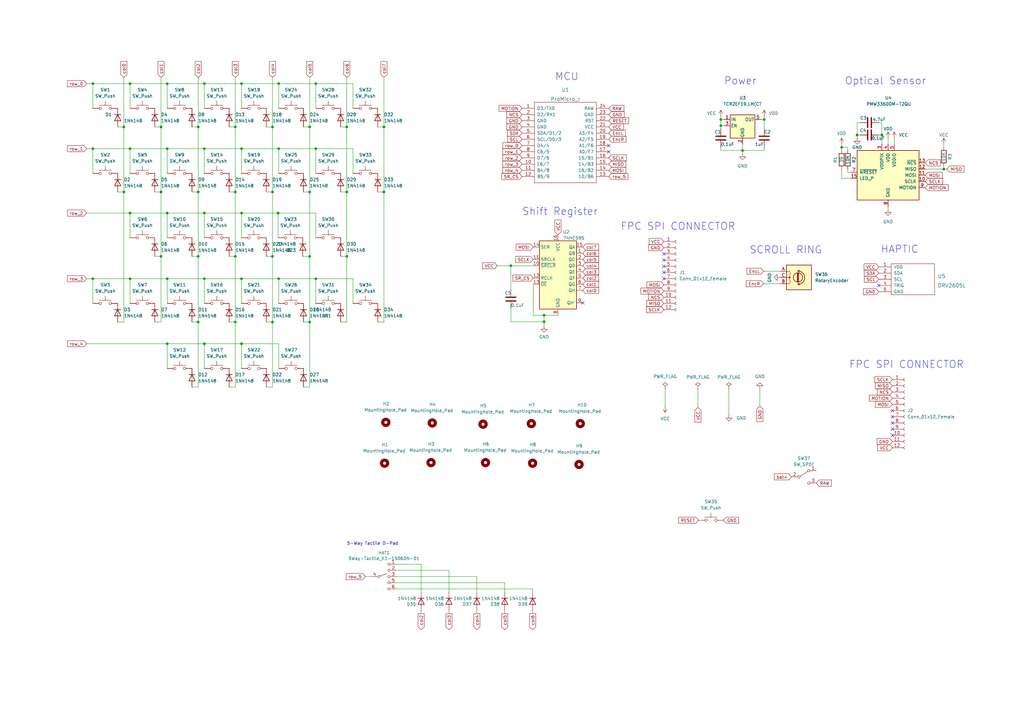
<source format=kicad_sch>
(kicad_sch (version 20211123) (generator eeschema)
  (paper "A3")
  (junction (at 127 105.156))
  (junction (at 129.54 34.29))
  (junction (at 53.34 34.29))
  (junction (at 129.54 60.96))
  (junction (at 50.8 78.74))
  (junction (at 142.24 52.07))
  (junction (at 68.58 34.29))
  (junction (at 96.52 105.156))
  (junction (at 83.82 140.97))
  (junction (at 114.3 114.3))
  (junction (at 295.656 51.562))
  (junction (at 114.3 60.96))
  (junction (at 53.34 60.96))
  (junction (at 127 52.07))
  (junction (at 157.48 52.07))
  (junction (at 99.06 87.376))
  (junction (at 81.28 105.156))
  (junction (at 66.04 78.74))
  (junction (at 223.139 129.286))
  (junction (at 38.1 34.29))
  (junction (at 53.34 87.376))
  (junction (at 209.55 108.966))
  (junction (at 99.06 140.97))
  (junction (at 38.1 60.96))
  (junction (at 81.28 52.07))
  (junction (at 96.52 52.07))
  (junction (at 127 78.74))
  (junction (at 111.76 78.74))
  (junction (at 99.06 60.96))
  (junction (at 50.8 52.07))
  (junction (at 99.06 114.3))
  (junction (at 38.1 114.3))
  (junction (at 127 132.08))
  (junction (at 96.52 78.74))
  (junction (at 142.24 78.74))
  (junction (at 83.82 34.29))
  (junction (at 387.096 69.342))
  (junction (at 345.186 60.452))
  (junction (at 157.48 78.74))
  (junction (at 96.52 132.08))
  (junction (at 129.54 114.3))
  (junction (at 114.3 34.29))
  (junction (at 66.04 52.07))
  (junction (at 99.06 34.29))
  (junction (at 68.58 60.96))
  (junction (at 111.76 105.156))
  (junction (at 304.546 61.722))
  (junction (at 81.28 78.74))
  (junction (at 68.58 140.97))
  (junction (at 313.436 49.022))
  (junction (at 68.58 87.376))
  (junction (at 142.24 105.156))
  (junction (at 223.139 131.9259))
  (junction (at 111.76 52.07))
  (junction (at 66.04 105.156))
  (junction (at 83.82 60.96))
  (junction (at 81.28 132.08))
  (junction (at 351.536 55.372))
  (junction (at 83.82 114.3))
  (junction (at 111.76 132.08))
  (junction (at 114.046 87.376))
  (junction (at 68.58 114.3))
  (junction (at 295.656 49.022))
  (junction (at 83.82 87.376))
  (junction (at 53.34 114.3))
  (junction (at 361.696 55.372))
  (no_connect (at 366.014 178.562))
  (no_connect (at 272.288 111.76))
  (no_connect (at 366.014 170.942))
  (no_connect (at 272.288 114.3))
  (no_connect (at 249.682 62.23))
  (no_connect (at 249.682 59.69))
  (no_connect (at 272.288 104.14))
  (no_connect (at 366.014 173.482))
  (no_connect (at 239.014 124.206))
  (no_connect (at 360.426 117.094))
  (no_connect (at 366.014 168.402))
  (no_connect (at 272.288 109.22))
  (no_connect (at 272.288 106.68))
  (no_connect (at 366.014 176.022))
  (wire (pts (xy 387.096 69.342) (xy 388.366 69.342)))
  (wire (pts (xy 195.58 250.444) (xy 195.58 251.714)))
  (wire (pts (xy 203.962 108.966) (xy 209.55 108.966)))
  (wire (pts (xy 111.76 52.07) (xy 111.76 78.74)))
  (wire (pts (xy 50.8 78.74) (xy 48.26 78.74)))
  (wire (pts (xy 351.536 55.372) (xy 351.536 50.292)))
  (wire (pts (xy 53.34 114.3) (xy 68.58 114.3)))
  (wire (pts (xy 127 105.156) (xy 124.206 105.156)))
  (wire (pts (xy 387.096 69.342) (xy 387.096 68.072)))
  (wire (pts (xy 209.5764 124.5613) (xy 209.55 126.492)))
  (wire (pts (xy 366.776 56.642) (xy 366.776 59.182)))
  (wire (pts (xy 78.74 158.75) (xy 81.28 158.75)))
  (wire (pts (xy 81.28 105.156) (xy 81.28 132.08)))
  (wire (pts (xy 38.1 60.96) (xy 53.34 60.96)))
  (wire (pts (xy 207.01 239.014) (xy 207.01 242.824)))
  (wire (pts (xy 172.72 250.444) (xy 172.72 251.714)))
  (wire (pts (xy 83.82 114.3) (xy 99.06 114.3)))
  (wire (pts (xy 111.76 105.156) (xy 111.76 132.08)))
  (wire (pts (xy 114.3 114.3) (xy 114.3 124.46)))
  (wire (pts (xy 99.06 114.3) (xy 114.3 114.3)))
  (wire (pts (xy 81.28 78.74) (xy 81.28 105.156)))
  (wire (pts (xy 223.139 131.9259) (xy 223.139 133.731)))
  (wire (pts (xy 83.82 60.96) (xy 83.82 71.12)))
  (wire (pts (xy 53.34 124.46) (xy 53.34 114.3)))
  (wire (pts (xy 35.56 34.29) (xy 38.1 34.29)))
  (wire (pts (xy 66.04 105.156) (xy 66.04 132.08)))
  (wire (pts (xy 142.24 105.156) (xy 142.24 132.08)))
  (wire (pts (xy 162.56 233.934) (xy 184.15 233.934)))
  (wire (pts (xy 114.3 34.29) (xy 129.54 34.29)))
  (wire (pts (xy 68.58 34.29) (xy 83.82 34.29)))
  (wire (pts (xy 129.54 60.96) (xy 144.78 60.96)))
  (wire (pts (xy 157.48 78.74) (xy 157.48 132.08)))
  (wire (pts (xy 361.696 50.292) (xy 360.426 50.292)))
  (wire (pts (xy 99.06 140.97) (xy 99.06 151.13)))
  (wire (pts (xy 53.34 87.376) (xy 68.58 87.376)))
  (wire (pts (xy 127 78.74) (xy 124.46 78.74)))
  (wire (pts (xy 272.796 166.624) (xy 272.796 159.512)))
  (wire (pts (xy 38.1 34.29) (xy 53.34 34.29)))
  (wire (pts (xy 152.4 236.474) (xy 149.86 236.474)))
  (wire (pts (xy 209.5764 124.5613) (xy 209.5764 131.9273)))
  (wire (pts (xy 99.06 60.96) (xy 99.06 71.12)))
  (wire (pts (xy 361.696 55.372) (xy 360.426 55.372)))
  (wire (pts (xy 96.52 105.156) (xy 96.52 132.08)))
  (wire (pts (xy 172.72 231.394) (xy 172.72 242.824)))
  (wire (pts (xy 127 105.156) (xy 127 132.08)))
  (wire (pts (xy 364.236 56.642) (xy 364.236 59.182)))
  (wire (pts (xy 298.958 159.512) (xy 298.958 170.18)))
  (wire (pts (xy 83.82 60.96) (xy 99.06 60.96)))
  (wire (pts (xy 142.24 132.08) (xy 139.7 132.08)))
  (wire (pts (xy 223.139 129.286) (xy 223.139 131.9259)))
  (wire (pts (xy 83.82 114.3) (xy 83.82 124.46)))
  (wire (pts (xy 142.24 105.156) (xy 139.7 105.156)))
  (wire (pts (xy 78.74 132.08) (xy 81.28 132.08)))
  (wire (pts (xy 379.476 69.342) (xy 387.096 69.342)))
  (wire (pts (xy 157.48 78.74) (xy 154.94 78.74)))
  (wire (pts (xy 286.258 159.512) (xy 286.258 167.132)))
  (wire (pts (xy 38.1 34.29) (xy 38.1 44.45)))
  (wire (pts (xy 68.58 114.3) (xy 83.82 114.3)))
  (wire (pts (xy 127 78.74) (xy 127 52.07)))
  (wire (pts (xy 96.52 78.74) (xy 93.98 78.74)))
  (wire (pts (xy 311.658 166.624) (xy 311.658 159.512)))
  (wire (pts (xy 66.04 52.07) (xy 66.04 78.74)))
  (wire (pts (xy 347.726 60.452) (xy 345.186 60.452)))
  (wire (pts (xy 361.696 55.372) (xy 361.696 50.292)))
  (wire (pts (xy 127 78.74) (xy 127 105.156)))
  (wire (pts (xy 218.694 116.586) (xy 218.694 129.286)))
  (wire (pts (xy 124.46 158.75) (xy 127 158.75)))
  (wire (pts (xy 81.28 31.75) (xy 81.28 52.07)))
  (wire (pts (xy 99.06 87.376) (xy 114.046 87.376)))
  (wire (pts (xy 38.1 114.3) (xy 53.34 114.3)))
  (wire (pts (xy 127 52.07) (xy 124.46 52.07)))
  (wire (pts (xy 129.54 114.3) (xy 144.78 114.3)))
  (wire (pts (xy 114.3 34.29) (xy 114.3 44.45)))
  (wire (pts (xy 66.04 31.75) (xy 66.04 52.07)))
  (wire (pts (xy 144.78 60.96) (xy 144.78 71.12)))
  (wire (pts (xy 228.854 129.286) (xy 223.139 129.286)))
  (wire (pts (xy 129.54 34.29) (xy 144.78 34.29)))
  (wire (pts (xy 295.656 61.722) (xy 304.546 61.722)))
  (wire (pts (xy 109.22 132.08) (xy 111.76 132.08)))
  (wire (pts (xy 68.58 140.97) (xy 83.82 140.97)))
  (wire (pts (xy 129.54 60.96) (xy 129.54 71.12)))
  (wire (pts (xy 83.82 151.13) (xy 83.82 140.97)))
  (wire (pts (xy 157.48 31.75) (xy 157.48 52.07)))
  (wire (pts (xy 99.06 114.3) (xy 99.06 124.46)))
  (wire (pts (xy 63.5 105.156) (xy 66.04 105.156)))
  (wire (pts (xy 313.436 61.722) (xy 304.546 61.722)))
  (wire (pts (xy 83.82 87.376) (xy 99.06 87.376)))
  (wire (pts (xy 361.696 55.372) (xy 361.696 59.182)))
  (wire (pts (xy 313.182 116.332) (xy 320.04 116.332)))
  (wire (pts (xy 162.56 241.554) (xy 218.44 241.554)))
  (wire (pts (xy 124.46 132.08) (xy 127 132.08)))
  (wire (pts (xy 142.24 78.74) (xy 139.7 78.74)))
  (wire (pts (xy 313.436 47.752) (xy 313.436 49.022)))
  (wire (pts (xy 111.76 78.74) (xy 111.76 105.156)))
  (wire (pts (xy 351.536 56.642) (xy 351.536 55.372)))
  (wire (pts (xy 345.186 59.182) (xy 345.186 60.452)))
  (wire (pts (xy 162.56 236.474) (xy 195.58 236.474)))
  (wire (pts (xy 83.82 34.29) (xy 99.06 34.29)))
  (wire (pts (xy 295.656 51.562) (xy 295.656 49.022)))
  (wire (pts (xy 304.546 61.722) (xy 304.546 62.992)))
  (wire (pts (xy 114.3 60.96) (xy 114.3 71.12)))
  (wire (pts (xy 81.28 132.08) (xy 81.28 158.75)))
  (wire (pts (xy 109.22 52.07) (xy 111.76 52.07)))
  (wire (pts (xy 66.04 78.74) (xy 63.5 78.74)))
  (wire (pts (xy 114.046 87.376) (xy 129.54 87.376)))
  (wire (pts (xy 114.3 140.97) (xy 114.3 151.13)))
  (wire (pts (xy 99.06 87.376) (xy 99.06 97.536)))
  (wire (pts (xy 157.48 132.08) (xy 154.94 132.08)))
  (wire (pts (xy 114.046 87.376) (xy 114.046 97.536)))
  (wire (pts (xy 387.096 59.182) (xy 387.096 60.452)))
  (wire (pts (xy 81.28 105.156) (xy 78.74 105.156)))
  (wire (pts (xy 66.04 78.74) (xy 66.04 105.156)))
  (wire (pts (xy 114.3 114.3) (xy 129.54 114.3)))
  (wire (pts (xy 142.24 52.07) (xy 142.24 78.74)))
  (wire (pts (xy 50.8 78.74) (xy 50.8 52.07)))
  (wire (pts (xy 99.06 34.29) (xy 99.06 44.45)))
  (wire (pts (xy 114.3 60.96) (xy 129.54 60.96)))
  (wire (pts (xy 96.52 52.07) (xy 93.98 52.07)))
  (wire (pts (xy 96.52 78.74) (xy 96.52 105.156)))
  (wire (pts (xy 347.726 61.722) (xy 347.726 60.452)))
  (wire (pts (xy 218.44 241.554) (xy 218.44 242.824)))
  (wire (pts (xy 184.15 250.444) (xy 184.15 251.714)))
  (wire (pts (xy 99.06 60.96) (xy 114.3 60.96)))
  (wire (pts (xy 81.28 52.07) (xy 78.74 52.07)))
  (wire (pts (xy 38.1 114.3) (xy 38.1 124.46)))
  (wire (pts (xy 68.58 87.376) (xy 83.82 87.376)))
  (wire (pts (xy 38.1 71.12) (xy 38.1 60.96)))
  (wire (pts (xy 348.996 70.612) (xy 347.726 70.612)))
  (wire (pts (xy 48.26 132.08) (xy 50.8 132.08)))
  (wire (pts (xy 93.98 132.08) (xy 96.52 132.08)))
  (wire (pts (xy 295.656 49.022) (xy 296.926 49.022)))
  (wire (pts (xy 127 31.75) (xy 127 52.07)))
  (wire (pts (xy 352.806 50.292) (xy 351.536 50.292)))
  (wire (pts (xy 207.01 250.444) (xy 207.01 251.714)))
  (wire (pts (xy 144.78 114.3) (xy 144.78 124.46)))
  (wire (pts (xy 129.54 87.376) (xy 129.54 97.536)))
  (wire (pts (xy 157.48 52.07) (xy 157.48 78.74)))
  (wire (pts (xy 129.54 34.29) (xy 129.54 44.45)))
  (wire (pts (xy 83.82 140.97) (xy 99.06 140.97)))
  (wire (pts (xy 162.56 231.394) (xy 172.72 231.394)))
  (wire (pts (xy 111.76 31.75) (xy 111.76 52.07)))
  (wire (pts (xy 96.52 132.08) (xy 96.52 158.75)))
  (wire (pts (xy 154.94 52.07) (xy 157.48 52.07)))
  (wire (pts (xy 68.58 114.3) (xy 68.58 124.46)))
  (wire (pts (xy 218.694 129.286) (xy 223.139 129.286)))
  (wire (pts (xy 209.55 118.872) (xy 209.55 108.966)))
  (wire (pts (xy 68.58 60.96) (xy 83.82 60.96)))
  (wire (pts (xy 68.58 60.96) (xy 68.58 71.12)))
  (wire (pts (xy 111.76 105.156) (xy 109.22 105.156)))
  (wire (pts (xy 99.06 140.97) (xy 114.3 140.97)))
  (wire (pts (xy 83.82 87.376) (xy 83.82 97.536)))
  (wire (pts (xy 99.06 34.29) (xy 114.3 34.29)))
  (wire (pts (xy 139.7 52.07) (xy 142.24 52.07)))
  (wire (pts (xy 50.8 31.75) (xy 50.8 52.07)))
  (wire (pts (xy 96.52 31.75) (xy 96.52 52.07)))
  (wire (pts (xy 93.98 105.156) (xy 96.52 105.156)))
  (wire (pts (xy 313.436 49.022) (xy 313.436 52.832)))
  (wire (pts (xy 142.24 78.74) (xy 142.24 105.156)))
  (wire (pts (xy 162.56 239.014) (xy 207.01 239.014)))
  (wire (pts (xy 35.56 60.96) (xy 38.1 60.96)))
  (wire (pts (xy 50.8 78.74) (xy 50.8 132.08)))
  (wire (pts (xy 209.55 108.966) (xy 218.694 108.966)))
  (wire (pts (xy 184.15 233.934) (xy 184.15 242.824)))
  (wire (pts (xy 111.76 78.74) (xy 109.22 78.74)))
  (wire (pts (xy 81.28 78.74) (xy 78.74 78.74)))
  (wire (pts (xy 313.436 60.452) (xy 313.436 61.722)))
  (wire (pts (xy 93.98 158.75) (xy 96.52 158.75)))
  (wire (pts (xy 96.52 78.74) (xy 96.52 52.07)))
  (wire (pts (xy 295.656 52.832) (xy 295.656 51.562)))
  (wire (pts (xy 144.78 34.29) (xy 144.78 44.45)))
  (wire (pts (xy 312.166 49.022) (xy 313.436 49.022)))
  (wire (pts (xy 53.34 34.29) (xy 68.58 34.29)))
  (wire (pts (xy 68.58 140.97) (xy 68.58 151.13)))
  (wire (pts (xy 313.182 111.252) (xy 320.04 111.252)))
  (wire (pts (xy 53.34 60.96) (xy 68.58 60.96)))
  (wire (pts (xy 63.5 52.07) (xy 66.04 52.07)))
  (wire (pts (xy 345.186 73.152) (xy 345.186 69.342)))
  (wire (pts (xy 53.34 34.29) (xy 53.34 44.45)))
  (wire (pts (xy 83.82 34.29) (xy 83.82 44.45)))
  (wire (pts (xy 345.186 60.452) (xy 345.186 61.722)))
  (wire (pts (xy 35.56 87.376) (xy 53.34 87.376)))
  (wire (pts (xy 142.24 31.75) (xy 142.24 52.07)))
  (wire (pts (xy 68.58 34.29) (xy 68.58 44.45)))
  (wire (pts (xy 347.726 70.612) (xy 347.726 69.342)))
  (wire (pts (xy 81.28 78.74) (xy 81.28 52.07)))
  (wire (pts (xy 35.56 140.97) (xy 68.58 140.97)))
  (wire (pts (xy 68.58 87.376) (xy 68.58 97.536)))
  (wire (pts (xy 129.54 114.3) (xy 129.54 124.46)))
  (wire (pts (xy 195.58 236.474) (xy 195.58 242.824)))
  (wire (pts (xy 53.34 60.96) (xy 53.34 71.12)))
  (wire (pts (xy 364.236 85.852) (xy 364.236 84.582)))
  (wire (pts (xy 111.76 132.08) (xy 111.76 158.75)))
  (wire (pts (xy 63.5 132.08) (xy 66.04 132.08)))
  (wire (pts (xy 127 158.75) (xy 127 132.08)))
  (wire (pts (xy 345.186 73.152) (xy 348.996 73.152)))
  (wire (pts (xy 209.5764 131.9273) (xy 223.139 131.9259)))
  (wire (pts (xy 35.56 114.3) (xy 38.1 114.3)))
  (wire (pts (xy 304.546 59.182) (xy 304.546 61.722)))
  (wire (pts (xy 295.656 60.452) (xy 295.656 61.722)))
  (wire (pts (xy 218.44 250.444) (xy 218.44 251.714)))
  (wire (pts (xy 295.656 47.752) (xy 295.656 49.022)))
  (wire (pts (xy 53.34 87.376) (xy 53.34 97.536)))
  (wire (pts (xy 296.926 51.562) (xy 295.656 51.562)))
  (wire (pts (xy 109.22 158.75) (xy 111.76 158.75)))
  (wire (pts (xy 352.806 55.372) (xy 351.536 55.372)))
  (wire (pts (xy 50.8 52.07) (xy 48.26 52.07)))
  (text "MCU" (at 227.584 33.274 0) (effects (font (size 2.9972 2.9972)) (justify left bottom)))
  (text "Power" (at 296.926 35.052 0) (effects (font (size 2.9972 2.9972)) (justify left bottom)))
  (text "HAPTIC" (at 361.188 104.14 0) (effects (font (size 2.9972 2.9972)) (justify left bottom)))
  (text "FPC SPI CONNECTOR\n" (at 348.234 151.384 0) (effects (font (size 2.9972 2.9972)) (justify left bottom)))
  (text "Shift Register\n" (at 214.122 88.646 0) (effects (font (size 2.9972 2.9972)) (justify left bottom)))
  (text "SCROLL RING" (at 307.34 104.394 0) (effects (font (size 2.9972 2.9972)) (justify left bottom)))
  (text "Optical Sensor" (at 346.456 35.052 0) (effects (font (size 2.9972 2.9972)) (justify left bottom)))
  (text "FPC SPI CONNECTOR\n" (at 254.508 94.742 0) (effects (font (size 2.9972 2.9972)) (justify left bottom)))
  (text "5-Way Tactile D-Pad" (at 142.24 223.774 0) (effects (font (size 1.27 1.27)) (justify left bottom)))
  (global_label "SCLK" (shape input) (at 249.682 64.77 0) (property "Intersheet References" "${INTERSHEET_REFS}" (effects hide)))
  (global_label "NCS" (shape input) (at 379.476 66.802 0) (property "Intersheet References" "${INTERSHEET_REFS}" (effects hide)))
  (global_label "col6" (shape output) (at 218.44 251.714 270) (property "Intersheet References" "${INTERSHEET_REFS}" (effects hide)))
  (global_label "NCS" (shape input) (at 366.014 160.782 180) (property "Intersheet References" "${INTERSHEET_REFS}" (effects hide)))
  (global_label "MISO" (shape input) (at 388.366 69.342 0) (property "Intersheet References" "${INTERSHEET_REFS}" (effects hide)))
  (global_label "col1" (shape input) (at 66.04 31.75 90) (property "Intersheet References" "${INTERSHEET_REFS}" (effects hide)))
  (global_label "GND" (shape input) (at 249.682 46.99 0) (property "Intersheet References" "${INTERSHEET_REFS}" (effects hide)))
  (global_label "MOTION" (shape input) (at 379.476 76.962 0) (property "Intersheet References" "${INTERSHEET_REFS}" (effects hide)))
  (global_label "col5" (shape input) (at 239.014 106.426 0) (property "Intersheet References" "${INTERSHEET_REFS}" (effects hide)))
  (global_label "MOSI" (shape input) (at 249.682 69.85 0) (property "Intersheet References" "${INTERSHEET_REFS}" (effects hide)))
  (global_label "col2" (shape input) (at 239.014 114.046 0) (property "Intersheet References" "${INTERSHEET_REFS}" (effects hide)))
  (global_label "SCL" (shape input) (at 360.426 114.554 180) (property "Intersheet References" "${INTERSHEET_REFS}" (effects hide)))
  (global_label "row_0" (shape input) (at 35.56 34.29 180) (property "Intersheet References" "${INTERSHEET_REFS}" (effects hide)))
  (global_label "row_1" (shape input) (at 35.56 60.96 180) (property "Intersheet References" "${INTERSHEET_REFS}" (effects hide)))
  (global_label "row_3" (shape input) (at 35.56 114.3 180) (property "Intersheet References" "${INTERSHEET_REFS}" (effects hide)))
  (global_label "col1" (shape input) (at 239.014 116.586 0) (property "Intersheet References" "${INTERSHEET_REFS}" (effects hide)))
  (global_label "NCS" (shape input) (at 214.122 46.99 180) (property "Intersheet References" "${INTERSHEET_REFS}" (effects hide)))
  (global_label "bat+" (shape input) (at 324.612 195.58 180) (property "Intersheet References" "${INTERSHEET_REFS}" (effects hide)))
  (global_label "row_5" (shape input) (at 149.86 236.474 180) (property "Intersheet References" "${INTERSHEET_REFS}" (effects hide)))
  (global_label "row_0" (shape input) (at 214.122 59.69 180) (property "Intersheet References" "${INTERSHEET_REFS}" (effects hide)))
  (global_label "MOTION" (shape input) (at 272.288 119.38 180) (property "Intersheet References" "${INTERSHEET_REFS}" (effects hide)))
  (global_label "col0" (shape input) (at 50.8 31.75 90) (property "Intersheet References" "${INTERSHEET_REFS}" (effects hide)))
  (global_label "EncL" (shape input) (at 313.182 111.252 180) (property "Intersheet References" "${INTERSHEET_REFS}" (effects hide)))
  (global_label "GND" (shape input) (at 366.014 181.102 180) (property "Intersheet References" "${INTERSHEET_REFS}" (effects hide)))
  (global_label "MOSI" (shape input) (at 272.288 116.84 180) (property "Intersheet References" "${INTERSHEET_REFS}" (effects hide)))
  (global_label "MOSI" (shape input) (at 379.476 71.882 0) (property "Intersheet References" "${INTERSHEET_REFS}" (effects hide)))
  (global_label "SCLK" (shape input) (at 218.694 106.426 180) (property "Intersheet References" "${INTERSHEET_REFS}" (effects hide)))
  (global_label "RAW" (shape input) (at 249.682 44.45 0) (property "Intersheet References" "${INTERSHEET_REFS}" (effects hide)))
  (global_label "MISO" (shape input) (at 249.682 67.31 0) (property "Intersheet References" "${INTERSHEET_REFS}" (effects hide)))
  (global_label "GND" (shape input) (at 311.658 166.624 270) (property "Intersheet References" "${INTERSHEET_REFS}" (effects hide)))
  (global_label "GND" (shape input) (at 296.672 213.36 0) (property "Intersheet References" "${INTERSHEET_REFS}" (effects hide)))
  (global_label "VCC" (shape input) (at 360.426 109.474 180) (property "Intersheet References" "${INTERSHEET_REFS}" (effects hide)))
  (global_label "MOTION" (shape input) (at 366.014 163.322 180) (property "Intersheet References" "${INTERSHEET_REFS}" (effects hide)))
  (global_label "MISO" (shape input) (at 366.014 158.242 180) (property "Intersheet References" "${INTERSHEET_REFS}" (effects hide)))
  (global_label "SCLK" (shape input) (at 272.288 127 180) (property "Intersheet References" "${INTERSHEET_REFS}" (effects hide)))
  (global_label "row_1" (shape input) (at 214.122 62.23 180) (property "Intersheet References" "${INTERSHEET_REFS}" (effects hide)))
  (global_label "EncR" (shape input) (at 313.182 116.332 180) (property "Intersheet References" "${INTERSHEET_REFS}" (effects hide)))
  (global_label "row_5" (shape input) (at 249.682 72.39 0) (property "Intersheet References" "${INTERSHEET_REFS}" (effects hide)))
  (global_label "col6" (shape input) (at 239.014 103.886 0) (property "Intersheet References" "${INTERSHEET_REFS}" (effects hide)))
  (global_label "col4" (shape output) (at 195.58 251.714 270) (property "Intersheet References" "${INTERSHEET_REFS}" (effects hide)))
  (global_label "SDA" (shape input) (at 360.426 112.014 180) (property "Intersheet References" "${INTERSHEET_REFS}" (effects hide)))
  (global_label "row_4" (shape input) (at 35.56 140.97 180) (property "Intersheet References" "${INTERSHEET_REFS}" (effects hide)))
  (global_label "col4" (shape input) (at 111.76 31.75 90) (property "Intersheet References" "${INTERSHEET_REFS}" (effects hide)))
  (global_label "GND" (shape input) (at 272.288 101.6 180) (property "Intersheet References" "${INTERSHEET_REFS}" (effects hide)))
  (global_label "EncL" (shape input) (at 249.682 54.61 0) (property "Intersheet References" "${INTERSHEET_REFS}" (effects hide)))
  (global_label "col7" (shape input) (at 157.48 31.75 90) (property "Intersheet References" "${INTERSHEET_REFS}" (effects hide)))
  (global_label "SCLK" (shape input) (at 366.014 155.702 180) (property "Intersheet References" "${INTERSHEET_REFS}" (effects hide)))
  (global_label "GND" (shape input) (at 360.426 119.634 180) (property "Intersheet References" "${INTERSHEET_REFS}" (effects hide)))
  (global_label "RAW" (shape input) (at 334.772 198.12 0) (property "Intersheet References" "${INTERSHEET_REFS}" (effects hide)))
  (global_label "VCC" (shape input) (at 203.962 108.966 180) (property "Intersheet References" "${INTERSHEET_REFS}" (effects hide)))
  (global_label "col0" (shape input) (at 239.014 119.126 0) (property "Intersheet References" "${INTERSHEET_REFS}" (effects hide)))
  (global_label "VCC" (shape input) (at 272.288 99.06 180) (property "Intersheet References" "${INTERSHEET_REFS}" (effects hide)))
  (global_label "MOSI" (shape input) (at 366.014 165.862 180) (property "Intersheet References" "${INTERSHEET_REFS}" (effects hide)))
  (global_label "VCC" (shape input) (at 286.258 167.132 270) (property "Intersheet References" "${INTERSHEET_REFS}" (effects hide)))
  (global_label "col4" (shape input) (at 239.014 108.966 0) (property "Intersheet References" "${INTERSHEET_REFS}" (effects hide)))
  (global_label "MISO" (shape input) (at 272.288 124.46 180) (property "Intersheet References" "${INTERSHEET_REFS}" (effects hide)))
  (global_label "SDA" (shape input) (at 214.122 54.61 180) (property "Intersheet References" "${INTERSHEET_REFS}" (effects hide)))
  (global_label "col3" (shape input) (at 239.014 111.506 0) (property "Intersheet References" "${INTERSHEET_REFS}" (effects hide)))
  (global_label "SR_CS" (shape input) (at 214.122 72.39 180) (property "Intersheet References" "${INTERSHEET_REFS}" (effects hide)))
  (global_label "GND" (shape input) (at 214.122 52.07 180) (property "Intersheet References" "${INTERSHEET_REFS}" (effects hide)))
  (global_label "SCLK" (shape input) (at 379.476 74.422 0) (property "Intersheet References" "${INTERSHEET_REFS}" (effects hide)))
  (global_label "MOSI" (shape input) (at 218.694 101.346 180) (property "Intersheet References" "${INTERSHEET_REFS}" (effects hide)))
  (global_label "row_4" (shape input) (at 214.122 69.85 180) (property "Intersheet References" "${INTERSHEET_REFS}" (effects hide)))
  (global_label "NCS" (shape input) (at 272.288 121.92 180) (property "Intersheet References" "${INTERSHEET_REFS}" (effects hide)))
  (global_label "MOTION" (shape input) (at 214.122 44.45 180) (property "Intersheet References" "${INTERSHEET_REFS}" (effects hide)))
  (global_label "EncR" (shape input) (at 249.682 57.15 0) (property "Intersheet References" "${INTERSHEET_REFS}" (effects hide)))
  (global_label "row_3" (shape input) (at 214.122 67.31 180) (property "Intersheet References" "${INTERSHEET_REFS}" (effects hide)))
  (global_label "VCC" (shape input) (at 249.682 52.07 0) (property "Intersheet References" "${INTERSHEET_REFS}" (effects hide)))
  (global_label "VCC" (shape input) (at 366.014 183.642 180) (property "Intersheet References" "${INTERSHEET_REFS}" (effects hide)))
  (global_label "col5" (shape input) (at 127 31.75 90) (property "Intersheet References" "${INTERSHEET_REFS}" (effects hide)))
  (global_label "col7" (shape input) (at 239.014 101.346 0) (property "Intersheet References" "${INTERSHEET_REFS}" (effects hide)))
  (global_label "col2" (shape input) (at 81.28 31.75 90) (property "Intersheet References" "${INTERSHEET_REFS}" (effects hide)))
  (global_label "VCC" (shape input) (at 228.854 96.266 90) (property "Intersheet References" "${INTERSHEET_REFS}" (effects hide)))
  (global_label "row_2" (shape input) (at 35.56 87.376 180) (property "Intersheet References" "${INTERSHEET_REFS}" (effects hide)))
  (global_label "row_2" (shape input) (at 214.122 64.77 180) (property "Intersheet References" "${INTERSHEET_REFS}" (effects hide)))
  (global_label "col6" (shape input) (at 142.24 31.75 90) (property "Intersheet References" "${INTERSHEET_REFS}" (effects hide)))
  (global_label "col2" (shape output) (at 172.72 251.714 270) (property "Intersheet References" "${INTERSHEET_REFS}" (effects hide)))
  (global_label "col3" (shape input) (at 96.52 31.75 90) (property "Intersheet References" "${INTERSHEET_REFS}" (effects hide)))
  (global_label "col5" (shape output) (at 207.01 251.714 270) (property "Intersheet References" "${INTERSHEET_REFS}" (effects hide)))
  (global_label "SR_CS" (shape input) (at 218.694 114.046 180) (property "Intersheet References" "${INTERSHEET_REFS}" (effects hide)))
  (global_label "SCL" (shape input) (at 214.122 57.15 180) (property "Intersheet References" "${INTERSHEET_REFS}" (effects hide)))
  (global_label "GND" (shape input) (at 214.122 49.53 180) (property "Intersheet References" "${INTERSHEET_REFS}" (effects hide)))
  (global_label "RESET" (shape input) (at 249.682 49.53 0) (property "Intersheet References" "${INTERSHEET_REFS}" (effects hide)))
  (global_label "col3" (shape output) (at 184.15 251.714 270) (property "Intersheet References" "${INTERSHEET_REFS}" (effects hide)))
  (global_label "RESET" (shape input) (at 286.512 213.36 180) (property "Intersheet References" "${INTERSHEET_REFS}" (effects hide)))
  (symbol (lib_id "alaa:Diode_1N4148") (at 63.5 48.26 270) (unit 1)
    (property "Reference" "D4" (at 66.04 46.9899 90) (effects (justify left)))
    (property "Value" "1N4148" (at 66.04 49.5299 90) (effects (justify left)))
    (property "Footprint" "Diode_SMD:D_SOD-123" (effects hide))
    (property "Datasheet" "https://assets.nexperia.com/documents/data-sheet/1N4148_1N4448.pdf" (effects hide))
    (property "LCSC" "C909967" (effects hide))
  )
  (symbol (lib_id "Device:D") (at 218.44 246.634 270) (unit 1)
    (property "Reference" "D39" (at 216.408 247.8024 90) (effects (justify right)))
    (property "Value" "1N4148" (at 216.408 245.491 90) (effects (justify right)))
    (property "Footprint" "Diode_SMD:D_SOD-123" (effects hide))
  )
  (symbol (lib_id "Mechanical:MountingHole") (at 158.242 173.228 0) (unit 1)
    (property "Reference" "H2" (at 156.972 165.608 0) (effects (justify left)))
    (property "Value" "MountingHole_Pad" (at 149.352 168.148 0) (effects (justify left)))
    (property "Footprint" "Alaa:MountingHole_M3" (effects hide))
  )
  (symbol (lib_id "alaa:Diode_1N4148") (at 48.26 128.27 270) (unit 1)
    (property "Reference" "D3" (at 50.8 126.9999 90) (effects (justify left)))
    (property "Value" "1N4148" (at 50.8 129.5399 90) (effects (justify left)))
    (property "Footprint" "Diode_SMD:D_SOD-123" (effects hide))
    (property "Datasheet" "https://assets.nexperia.com/documents/data-sheet/1N4148_1N4448.pdf" (effects hide))
    (property "LCSC" "C909967" (effects hide))
  )
  (symbol (lib_id "Mechanical:MountingHole") (at 177.292 173.482 0) (unit 1)
    (property "Reference" "H4" (at 176.022 165.862 0) (effects (justify left)))
    (property "Value" "MountingHole_Pad" (at 168.402 168.402 0) (effects (justify left)))
    (property "Footprint" "Alaa:MountingHole_M3" (effects hide))
  )
  (symbol (lib_id "power:VCC") (at 295.656 47.752 0) (unit 1)
    (property "Reference" "#PWR03" (effects hide))
    (property "Value" "VCC" (at 291.846 46.482 0))
  )
  (symbol (lib_id "Device:R") (at 345.186 65.532 0) (unit 1)
    (property "Reference" "R1" (at 342.646 65.532 90))
    (property "Value" "39" (at 345.186 65.532 90))
    (property "Footprint" "Resistor_SMD:R_0805_2012Metric" (effects hide))
    (property "manf#" "SG73P2ATTD39R0F" (effects hide))
    (property "LCSC" "C514993" (effects hide))
  )
  (symbol (lib_id "Connector:Conn_01x12_Female") (at 371.094 168.402 0) (unit 1)
    (property "Reference" "J2" (at 372.11 168.4019 0) (effects (justify left)))
    (property "Value" "Conn_01x12_Female" (at 372.11 170.9419 0) (effects (justify left)))
    (property "Footprint" "Alaa:FPC-SMD_FPC05012-09200-.5mm-rev" (effects hide))
    (property "LCSC" "C479750" (effects hide))
  )
  (symbol (lib_id "74xx:74HC595") (at 228.854 111.506 0) (unit 1)
    (property "Reference" "U2" (at 230.8734 95.1062 0) (effects (justify left)))
    (property "Value" "74HC595" (at 230.8734 97.6431 0) (effects (justify left)))
    (property "Footprint" "Package_SO:SOIC-16_3.9x9.9mm_P1.27mm" (effects hide))
    (property "Datasheet" "http://www.ti.com/lit/ds/symlink/sn74hc595.pdf" (effects hide))
    (property "LCSC" "C10092" (effects hide))
  )
  (symbol (lib_id "Switch:SW_Push") (at 104.14 71.12 0) (unit 1)
    (property "Reference" "SW19" (at 104.14 63.5 0))
    (property "Value" "SW_Push" (at 104.14 66.04 0))
    (property "Footprint" "Alaa:Kailh_hotswap_MX-CHOC-connected" (effects hide))
  )
  (symbol (lib_id "power:GND") (at 298.958 170.18 0) (unit 1)
    (property "Reference" "#PWR04" (effects hide))
    (property "Value" "GND" (at 302.006 171.4499 0) (effects (justify left)))
  )
  (symbol (lib_id "Switch:SW_Push") (at 134.62 71.12 0) (unit 1)
    (property "Reference" "SW29" (at 134.62 63.5 0))
    (property "Value" "SW_Push" (at 134.62 66.04 0))
    (property "Footprint" "Alaa:Kailh_hotswap_MX-CHOC-connected" (effects hide))
  )
  (symbol (lib_id "Device:C") (at 356.616 50.292 270) (unit 1)
    (property "Reference" "C3" (at 352.806 48.387 90) (effects (justify left)))
    (property "Value" "4.7uF" (at 357.886 49.022 90) (effects (justify left)))
    (property "Footprint" "Capacitor_SMD:C_0805_2012Metric" (effects hide))
    (property "manf#" "0805X475K250CT" (effects hide))
    (property "LCSC" "C303940" (effects hide))
  )
  (symbol (lib_id "Device:C") (at 356.616 55.372 90) (unit 1)
    (property "Reference" "C4" (at 355.346 53.467 90) (effects (justify left)))
    (property "Value" "0.1uF" (at 362.966 56.642 90) (effects (justify left)))
    (property "Footprint" "Capacitor_SMD:C_0805_2012Metric" (effects hide))
    (property "manf#" "0805B104K101CT" (effects hide))
    (property "LCSC" "C77456" (effects hide))
  )
  (symbol (lib_id "alaa:ProMicro_r") (at 233.172 62.23 0) (mirror y) (unit 1)
    (property "Reference" "U1" (at 231.902 36.83 0) (effects (font (size 1.524 1.524))))
    (property "Value" "ProMicro_r" (at 231.902 40.64 0) (effects (font (size 1.524 1.524))))
    (property "Footprint" "Alaa:ProMicro2" (effects hide))
  )
  (symbol (lib_id "Device:D") (at 184.15 246.634 270) (unit 1)
    (property "Reference" "D36" (at 182.118 247.8024 90) (effects (justify right)))
    (property "Value" "1N4148" (at 182.118 245.491 90) (effects (justify right)))
    (property "Footprint" "Diode_SMD:D_SOD-123" (effects hide))
  )
  (symbol (lib_id "power:GND") (at 311.658 159.512 180) (unit 1)
    (property "Reference" "#PWR07" (effects hide))
    (property "Value" "GND" (at 309.626 154.432 0) (effects (justify right)))
  )
  (symbol (lib_id "alaa:Diode_1N4148") (at 139.7 128.27 270) (unit 1)
    (property "Reference" "D31" (at 135.89 129.5401 90) (effects (justify right)))
    (property "Value" "1N4148" (at 135.89 127.0001 90) (effects (justify right)))
    (property "Footprint" "Diode_SMD:D_SOD-123" (effects hide))
    (property "Datasheet" "https://assets.nexperia.com/documents/data-sheet/1N4148_1N4448.pdf" (effects hide))
    (property "LCSC" "C909967" (effects hide))
  )
  (symbol (lib_id "alaa:Diode_1N4148") (at 139.7 74.93 270) (unit 1)
    (property "Reference" "D29" (at 142.24 73.6599 90) (effects (justify left)))
    (property "Value" "1N4148" (at 142.24 76.1999 90) (effects (justify left)))
    (property "Footprint" "Diode_SMD:D_SOD-123" (effects hide))
    (property "Datasheet" "https://assets.nexperia.com/documents/data-sheet/1N4148_1N4448.pdf" (effects hide))
    (property "LCSC" "C909967" (effects hide))
  )
  (symbol (lib_id "Device:C") (at 313.436 56.642 0) (unit 1)
    (property "Reference" "C2" (at 313.436 54.102 0) (effects (justify left)))
    (property "Value" "1uF" (at 309.626 59.182 0) (effects (justify left)))
    (property "Footprint" "Capacitor_SMD:C_0805_2012Metric" (effects hide))
    (property "manf#" "0805B105K100CT" (effects hide))
    (property "LCSC" "C366879" (effects hide))
  )
  (symbol (lib_id "Switch:SW_Push") (at 134.62 124.46 0) (unit 1)
    (property "Reference" "SW31" (at 134.62 116.84 0))
    (property "Value" "SW_Push" (at 134.62 119.38 0))
    (property "Footprint" "Alaa:Kailh_hotswap_MX-CHOC-connected" (effects hide))
  )
  (symbol (lib_id "Switch:SW_Push") (at 73.66 151.13 0) (unit 1)
    (property "Reference" "SW12" (at 73.66 143.51 0))
    (property "Value" "SW_Push" (at 73.66 146.05 0))
    (property "Footprint" "Alaa:Kailh_hotswap_MX-CHOC-connected" (effects hide))
  )
  (symbol (lib_id "Switch:SW_Push") (at 291.592 213.36 0) (unit 1)
    (property "Reference" "SW35" (at 291.592 205.74 0))
    (property "Value" "SW_Push" (at 291.592 208.28 0))
    (property "Footprint" "Button_Switch_SMD:SW_SPST_Omron_B3FS-100xP" (effects hide))
    (property "LCSC" "C271750" (effects hide))
  )
  (symbol (lib_id "alaa:Diode_1N4148") (at 124.46 128.27 270) (unit 1)
    (property "Reference" "D26" (at 127 126.9999 90) (effects (justify left)))
    (property "Value" "1N4148" (at 127 129.5399 90) (effects (justify left)))
    (property "Footprint" "Diode_SMD:D_SOD-123" (effects hide))
    (property "Datasheet" "https://assets.nexperia.com/documents/data-sheet/1N4148_1N4448.pdf" (effects hide))
    (property "LCSC" "C909967" (effects hide))
  )
  (symbol (lib_id "Switch:SW_Push") (at 134.62 44.45 0) (unit 1)
    (property "Reference" "SW28" (at 134.62 36.83 0))
    (property "Value" "SW_Push" (at 134.62 39.37 0))
    (property "Footprint" "Alaa:Kailh_hotswap_MX-CHOC-connected" (effects hide))
  )
  (symbol (lib_id "alaa:Diode_1N4148") (at 63.5 74.93 270) (unit 1)
    (property "Reference" "D5" (at 66.04 73.6599 90) (effects (justify left)))
    (property "Value" "1N4148" (at 66.04 76.1999 90) (effects (justify left)))
    (property "Footprint" "Diode_SMD:D_SOD-123" (effects hide))
    (property "Datasheet" "https://assets.nexperia.com/documents/data-sheet/1N4148_1N4448.pdf" (effects hide))
    (property "LCSC" "C909967" (effects hide))
  )
  (symbol (lib_id "alaa:Diode_1N4148") (at 93.98 154.94 270) (unit 1)
    (property "Reference" "D17" (at 96.52 153.6699 90) (effects (justify left)))
    (property "Value" "1N4148" (at 96.52 156.2099 90) (effects (justify left)))
    (property "Footprint" "Diode_SMD:D_SOD-123" (effects hide))
    (property "Datasheet" "https://assets.nexperia.com/documents/data-sheet/1N4148_1N4448.pdf" (effects hide))
    (property "LCSC" "C909967" (effects hide))
  )
  (symbol (lib_id "Switch:SW_Push") (at 43.18 124.46 0) (unit 1)
    (property "Reference" "SW3" (at 43.18 116.84 0))
    (property "Value" "SW_Push" (at 43.18 119.38 0))
    (property "Footprint" "Alaa:Kailh_hotswap_MX-CHOC-connected" (effects hide))
  )
  (symbol (lib_id "Device:D") (at 207.01 246.634 270) (unit 1)
    (property "Reference" "D38" (at 204.978 247.8024 90) (effects (justify right)))
    (property "Value" "1N4148" (at 204.978 245.491 90) (effects (justify right)))
    (property "Footprint" "Diode_SMD:D_SOD-123" (effects hide))
  )
  (symbol (lib_id "Switch:SW_Push") (at 43.18 44.45 0) (unit 1)
    (property "Reference" "SW1" (at 43.18 36.83 0))
    (property "Value" "SW_Push" (at 43.18 39.37 0))
    (property "Footprint" "Alaa:Kailh_hotswap_MX-CHOC-connected" (effects hide))
  )
  (symbol (lib_id "alaa:Diode_1N4148") (at 93.98 101.346 270) (unit 1)
    (property "Reference" "D15" (at 96.52 100.0759 90) (effects (justify left)))
    (property "Value" "1N4148" (at 96.52 102.6159 90) (effects (justify left)))
    (property "Footprint" "Diode_SMD:D_SOD-123" (effects hide))
    (property "Datasheet" "https://assets.nexperia.com/documents/data-sheet/1N4148_1N4448.pdf" (effects hide))
    (property "LCSC" "C909967" (effects hide))
  )
  (symbol (lib_id "Switch:SW_Push") (at 119.38 124.46 0) (unit 1)
    (property "Reference" "SW26" (at 119.38 116.84 0))
    (property "Value" "SW_Push" (at 119.38 119.38 0))
    (property "Footprint" "Alaa:Kailh_hotswap_MX-CHOC-connected" (effects hide))
  )
  (symbol (lib_id "alaa:Diode_1N4148") (at 124.46 48.26 270) (unit 1)
    (property "Reference" "D24" (at 127 46.9899 90) (effects (justify left)))
    (property "Value" "1N4148" (at 127 49.5299 90) (effects (justify left)))
    (property "Footprint" "Diode_SMD:D_SOD-123" (effects hide))
    (property "Datasheet" "https://assets.nexperia.com/documents/data-sheet/1N4148_1N4448.pdf" (effects hide))
    (property "LCSC" "C909967" (effects hide))
  )
  (symbol (lib_id "alaa:Diode_1N4148") (at 109.22 128.27 270) (unit 1)
    (property "Reference" "D21" (at 111.76 126.9999 90) (effects (justify left)))
    (property "Value" "1N4148" (at 111.76 129.5399 90) (effects (justify left)))
    (property "Footprint" "Diode_SMD:D_SOD-123" (effects hide))
    (property "Datasheet" "https://assets.nexperia.com/documents/data-sheet/1N4148_1N4448.pdf" (effects hide))
    (property "LCSC" "C909967" (effects hide))
  )
  (symbol (lib_id "power:VDD") (at 345.186 59.182 0) (unit 1)
    (property "Reference" "#PWR09" (effects hide))
    (property "Value" "VDD" (at 345.186 54.737 0))
  )
  (symbol (lib_id "alaa:Diode_1N4148") (at 78.74 128.27 270) (unit 1)
    (property "Reference" "D11" (at 81.28 126.9999 90) (effects (justify left)))
    (property "Value" "1N4148" (at 81.28 129.5399 90) (effects (justify left)))
    (property "Footprint" "Diode_SMD:D_SOD-123" (effects hide))
    (property "Datasheet" "https://assets.nexperia.com/documents/data-sheet/1N4148_1N4448.pdf" (effects hide))
    (property "LCSC" "C909967" (effects hide))
  )
  (symbol (lib_id "Device:R") (at 387.096 64.262 180) (unit 1)
    (property "Reference" "R3" (at 389.636 64.262 90))
    (property "Value" "10K" (at 387.096 64.262 90))
    (property "Footprint" "Resistor_SMD:R_0805_2012Metric" (effects hide))
    (property "manf#" "ARG05BTC1002" (effects hide))
    (property "LCSC" "C406725" (effects hide))
  )
  (symbol (lib_id "alaa:Diode_1N4148") (at 124.46 154.94 270) (unit 1)
    (property "Reference" "D27" (at 127 153.6699 90) (effects (justify left)))
    (property "Value" "1N4148" (at 127 156.2099 90) (effects (justify left)))
    (property "Footprint" "Diode_SMD:D_SOD-123" (effects hide))
    (property "Datasheet" "https://assets.nexperia.com/documents/data-sheet/1N4148_1N4448.pdf" (effects hide))
    (property "LCSC" "C909967" (effects hide))
  )
  (symbol (lib_id "power:GND") (at 364.236 85.852 0) (unit 1)
    (property "Reference" "#PWR012" (effects hide))
    (property "Value" "GND" (at 364.236 90.932 0))
  )
  (symbol (lib_id "alaa:DRV2605L") (at 374.396 114.554 0) (unit 1)
    (property "Reference" "U5" (at 384.556 113.284 0) (effects (font (size 1.524 1.524)) (justify left)))
    (property "Value" "DRV2605L" (at 384.556 117.094 0) (effects (font (size 1.524 1.524)) (justify left)))
    (property "Footprint" "Alaa:Pimoroni Haptic Buzz DRV2605L Driver" (effects hide))
  )
  (symbol (lib_id "alaa:Diode_1N4148") (at 78.74 48.26 270) (unit 1)
    (property "Reference" "D8" (at 81.28 46.9899 90) (effects (justify left)))
    (property "Value" "1N4148" (at 81.28 49.5299 90) (effects (justify left)))
    (property "Footprint" "Diode_SMD:D_SOD-123" (effects hide))
    (property "Datasheet" "https://assets.nexperia.com/documents/data-sheet/1N4148_1N4448.pdf" (effects hide))
    (property "LCSC" "C909967" (effects hide))
  )
  (symbol (lib_id "alaa:Diode_1N4148") (at 78.74 154.94 270) (unit 1)
    (property "Reference" "D12" (at 81.28 153.6699 90) (effects (justify left)))
    (property "Value" "1N4148" (at 81.28 156.2099 90) (effects (justify left)))
    (property "Footprint" "Diode_SMD:D_SOD-123" (effects hide))
    (property "Datasheet" "https://assets.nexperia.com/documents/data-sheet/1N4148_1N4448.pdf" (effects hide))
    (property "LCSC" "C909967" (effects hide))
  )
  (symbol (lib_id "power:VCC") (at 272.796 166.624 180) (unit 1)
    (property "Reference" "#PWR02" (effects hide))
    (property "Value" "VCC" (at 272.796 171.704 0))
  )
  (symbol (lib_id "alaa:Diode_1N4148") (at 124.206 101.346 270) (unit 1)
    (property "Reference" "D23" (at 121.412 102.616 90) (effects (justify right)))
    (property "Value" "1N4148" (at 121.412 100.076 90) (effects (justify right)))
    (property "Footprint" "Diode_SMD:D_SOD-123" (effects hide))
    (property "Datasheet" "https://assets.nexperia.com/documents/data-sheet/1N4148_1N4448.pdf" (effects hide))
    (property "LCSC" "C909967" (effects hide))
  )
  (symbol (lib_id "Mechanical:MountingHole") (at 237.998 173.736 0) (unit 1)
    (property "Reference" "H10" (at 236.728 166.116 0) (effects (justify left)))
    (property "Value" "MountingHole_Pad" (at 229.108 168.656 0) (effects (justify left)))
    (property "Footprint" "Alaa:MountingHole_M3" (effects hide))
  )
  (symbol (lib_id "alaa:Diode_1N4148") (at 63.5 101.346 270) (unit 1)
    (property "Reference" "D6" (at 66.04 100.0759 90) (effects (justify left)))
    (property "Value" "1N4148" (at 66.04 102.6159 90) (effects (justify left)))
    (property "Footprint" "Diode_SMD:D_SOD-123" (effects hide))
    (property "Datasheet" "https://assets.nexperia.com/documents/data-sheet/1N4148_1N4448.pdf" (effects hide))
    (property "LCSC" "C909967" (effects hide))
  )
  (symbol (lib_id "Mechanical:MountingHole") (at 217.932 173.736 0) (unit 1)
    (property "Reference" "H7" (at 216.662 166.116 0) (effects (justify left)))
    (property "Value" "MountingHole_Pad" (at 209.042 168.656 0) (effects (justify left)))
    (property "Footprint" "Alaa:MountingHole_M3" (effects hide))
  )
  (symbol (lib_id "Switch:SW_Push") (at 149.86 44.45 0) (unit 1)
    (property "Reference" "SW32" (at 149.86 36.83 0))
    (property "Value" "SW_Push" (at 149.86 39.37 0))
    (property "Footprint" "Alaa:Kailh_hotswap_MX-CHOC-connected" (effects hide))
  )
  (symbol (lib_id "Switch:SW_Push") (at 104.14 44.45 0) (unit 1)
    (property "Reference" "SW18" (at 104.14 36.83 0))
    (property "Value" "SW_Push" (at 104.14 39.37 0))
    (property "Footprint" "Alaa:Kailh_hotswap_MX-CHOC-connected" (effects hide))
  )
  (symbol (lib_id "Switch:SW_Push") (at 73.66 44.45 0) (unit 1)
    (property "Reference" "SW8" (at 73.66 36.83 0))
    (property "Value" "SW_Push" (at 73.66 39.37 0))
    (property "Footprint" "Alaa:Kailh_hotswap_MX-CHOC-connected" (effects hide))
  )
  (symbol (lib_id "Switch:SW_Push") (at 104.14 97.536 0) (unit 1)
    (property "Reference" "SW20" (at 104.14 89.916 0))
    (property "Value" "SW_Push" (at 104.14 92.456 0))
    (property "Footprint" "Alaa:Kailh_hotswap_MX-CHOC-connected" (effects hide))
  )
  (symbol (lib_id "Switch:SW_Push") (at 58.42 44.45 0) (unit 1)
    (property "Reference" "SW4" (at 58.42 36.83 0))
    (property "Value" "SW_Push" (at 58.42 39.37 0))
    (property "Footprint" "Alaa:Kailh_hotswap_MX-CHOC-connected" (effects hide))
  )
  (symbol (lib_id "power:VDD") (at 313.436 47.752 0) (unit 1)
    (property "Reference" "#PWR08" (effects hide))
    (property "Value" "VDD" (at 317.246 46.482 0))
  )
  (symbol (lib_id "Switch:SW_Push") (at 104.14 151.13 0) (unit 1)
    (property "Reference" "SW22" (at 104.14 143.51 0))
    (property "Value" "SW_Push" (at 104.14 146.05 0))
    (property "Footprint" "Alaa:Kailh_hotswap_MX-CHOC-connected" (effects hide))
  )
  (symbol (lib_id "power:PWR_FLAG") (at 272.796 159.512 0) (unit 1)
    (property "Reference" "#FLG01" (effects hide))
    (property "Value" "PWR_FLAG" (at 272.796 154.432 0))
  )
  (symbol (lib_id "alaa:Diode_1N4148") (at 109.22 101.346 270) (unit 1)
    (property "Reference" "D20" (at 111.76 100.0759 90) (effects (justify left)))
    (property "Value" "1N4148" (at 111.76 102.6159 90) (effects (justify left)))
    (property "Footprint" "Diode_SMD:D_SOD-123" (effects hide))
    (property "Datasheet" "https://assets.nexperia.com/documents/data-sheet/1N4148_1N4448.pdf" (effects hide))
    (property "LCSC" "C909967" (effects hide))
  )
  (symbol (lib_id "Mechanical:MountingHole") (at 198.12 173.99 0) (unit 1)
    (property "Reference" "H5" (at 196.85 166.37 0) (effects (justify left)))
    (property "Value" "MountingHole_Pad" (at 189.23 168.91 0) (effects (justify left)))
    (property "Footprint" "Alaa:MountingHole_M3" (effects hide))
  )
  (symbol (lib_id "power:GND") (at 320.04 113.792 270) (unit 1)
    (property "Reference" "#PWR06" (effects hide))
    (property "Value" "GND" (at 315.6458 113.919 0))
  )
  (symbol (lib_id "power:PWR_FLAG") (at 298.958 159.512 0) (unit 1)
    (property "Reference" "#FLG03" (effects hide))
    (property "Value" "PWR_FLAG" (at 298.958 154.686 0))
  )
  (symbol (lib_id "alaa:Diode_1N4148") (at 139.7 48.26 270) (unit 1)
    (property "Reference" "D28" (at 142.24 46.9899 90) (effects (justify left)))
    (property "Value" "1N4148" (at 142.24 49.5299 90) (effects (justify left)))
    (property "Footprint" "Diode_SMD:D_SOD-123" (effects hide))
    (property "Datasheet" "https://assets.nexperia.com/documents/data-sheet/1N4148_1N4448.pdf" (effects hide))
    (property "LCSC" "C909967" (effects hide))
  )
  (symbol (lib_id "alaa:Diode_1N4148") (at 78.74 101.346 270) (unit 1)
    (property "Reference" "D10" (at 81.28 100.0759 90) (effects (justify left)))
    (property "Value" "1N4148" (at 81.28 102.6159 90) (effects (justify left)))
    (property "Footprint" "Diode_SMD:D_SOD-123" (effects hide))
    (property "Datasheet" "https://assets.nexperia.com/documents/data-sheet/1N4148_1N4448.pdf" (effects hide))
    (property "LCSC" "C909967" (effects hide))
  )
  (symbol (lib_id "Device:D") (at 195.58 246.634 270) (unit 1)
    (property "Reference" "D37" (at 193.548 247.8024 90) (effects (justify right)))
    (property "Value" "1N4148" (at 193.548 245.491 90) (effects (justify right)))
    (property "Footprint" "Diode_SMD:D_SOD-123" (effects hide))
  )
  (symbol (lib_id "alaa:Diode_1N4148") (at 93.98 48.26 270) (unit 1)
    (property "Reference" "D13" (at 96.52 46.9899 90) (effects (justify left)))
    (property "Value" "1N4148" (at 96.52 49.5299 90) (effects (justify left)))
    (property "Footprint" "Diode_SMD:D_SOD-123" (effects hide))
    (property "Datasheet" "https://assets.nexperia.com/documents/data-sheet/1N4148_1N4448.pdf" (effects hide))
    (property "LCSC" "C909967" (effects hide))
  )
  (symbol (lib_id "Mechanical:MountingHole") (at 157.734 189.992 0) (unit 1)
    (property "Reference" "H1" (at 156.464 182.372 0) (effects (justify left)))
    (property "Value" "MountingHole_Pad" (at 148.844 184.912 0) (effects (justify left)))
    (property "Footprint" "Alaa:MountingHole_M3" (effects hide))
  )
  (symbol (lib_id "power:GND") (at 351.536 56.642 0) (unit 1)
    (property "Reference" "#PWR010" (effects hide))
    (property "Value" "GND" (at 351.536 60.452 0))
  )
  (symbol (lib_id "Switch:SW_Push") (at 73.66 97.536 0) (unit 1)
    (property "Reference" "SW10" (at 73.66 89.916 0))
    (property "Value" "SW_Push" (at 73.66 92.456 0))
    (property "Footprint" "Alaa:Kailh_hotswap_MX-CHOC-connected" (effects hide))
  )
  (symbol (lib_id "Switch:SW_Push") (at 73.66 124.46 0) (unit 1)
    (property "Reference" "SW11" (at 73.66 116.84 0))
    (property "Value" "SW_Push" (at 73.66 119.38 0))
    (property "Footprint" "Alaa:Kailh_hotswap_MX-CHOC-connected" (effects hide))
  )
  (symbol (lib_id "Switch:SW_Push") (at 88.9 97.536 0) (unit 1)
    (property "Reference" "SW15" (at 88.9 89.916 0))
    (property "Value" "SW_Push" (at 88.9 92.456 0))
    (property "Footprint" "Alaa:Kailh_hotswap_MX-CHOC-connected" (effects hide))
  )
  (symbol (lib_id "power:PWR_FLAG") (at 286.258 159.512 0) (unit 1)
    (property "Reference" "#FLG02" (effects hide))
    (property "Value" "PWR_FLAG" (at 286.258 154.686 0))
  )
  (symbol (lib_id "Switch:SW_Push") (at 88.9 71.12 0) (unit 1)
    (property "Reference" "SW14" (at 88.9 63.5 0))
    (property "Value" "SW_Push" (at 88.9 66.04 0))
    (property "Footprint" "Alaa:Kailh_hotswap_MX-CHOC-connected" (effects hide))
  )
  (symbol (lib_id "alaa:Diode_1N4148") (at 154.94 128.27 270) (unit 1)
    (property "Reference" "D34" (at 157.48 126.9999 90) (effects (justify left)))
    (property "Value" "1N4148" (at 157.48 129.5399 90) (effects (justify left)))
    (property "Footprint" "Diode_SMD:D_SOD-123" (effects hide))
    (property "Datasheet" "https://assets.nexperia.com/documents/data-sheet/1N4148_1N4448.pdf" (effects hide))
    (property "LCSC" "C909967" (effects hide))
  )
  (symbol (lib_id "Switch:SW_Push") (at 119.38 151.13 0) (unit 1)
    (property "Reference" "SW27" (at 119.38 143.51 0))
    (property "Value" "SW_Push" (at 119.38 146.05 0))
    (property "Footprint" "Alaa:Kailh_hotswap_MX-CHOC-connected" (effects hide))
  )
  (symbol (lib_id "alaa:Diode_1N4148") (at 78.74 74.93 270) (unit 1)
    (property "Reference" "D9" (at 81.28 73.6599 90) (effects (justify left)))
    (property "Value" "1N4148" (at 81.28 76.1999 90) (effects (justify left)))
    (property "Footprint" "Diode_SMD:D_SOD-123" (effects hide))
    (property "Datasheet" "https://assets.nexperia.com/documents/data-sheet/1N4148_1N4448.pdf" (effects hide))
    (property "LCSC" "C909967" (effects hide))
  )
  (symbol (lib_id "alaa:Diode_1N4148") (at 109.22 74.93 270) (unit 1)
    (property "Reference" "D19" (at 111.76 73.6599 90) (effects (justify left)))
    (property "Value" "1N4148" (at 111.76 76.1999 90) (effects (justify left)))
    (property "Footprint" "Diode_SMD:D_SOD-123" (effects hide))
    (property "Datasheet" "https://assets.nexperia.com/documents/data-sheet/1N4148_1N4448.pdf" (effects hide))
    (property "LCSC" "C909967" (effects hide))
  )
  (symbol (lib_id "Switch:SW_Push") (at 149.86 71.12 0) (unit 1)
    (property "Reference" "SW33" (at 149.86 63.5 0))
    (property "Value" "SW_Push" (at 149.86 66.04 0))
    (property "Footprint" "Alaa:Kailh_hotswap_MX-CHOC-connected" (effects hide))
  )
  (symbol (lib_id "Switch:SW_Push") (at 119.38 44.45 0) (unit 1)
    (property "Reference" "SW24" (at 119.38 36.83 0))
    (property "Value" "SW_Push" (at 119.38 39.37 0))
    (property "Footprint" "Alaa:Kailh_hotswap_MX-CHOC-connected" (effects hide))
  )
  (symbol (lib_id "alaa:Diode_1N4148") (at 154.94 74.93 270) (unit 1)
    (property "Reference" "D33" (at 157.48 73.6599 90) (effects (justify left)))
    (property "Value" "1N4148" (at 157.48 76.1999 90) (effects (justify left)))
    (property "Footprint" "Diode_SMD:D_SOD-123" (effects hide))
    (property "Datasheet" "https://assets.nexperia.com/documents/data-sheet/1N4148_1N4448.pdf" (effects hide))
    (property "LCSC" "C909967" (effects hide))
  )
  (symbol (lib_id "Device:RotaryEncoder") (at 327.66 113.792 0) (unit 1)
    (property "Reference" "SW36" (at 334.264 112.5219 0) (effects (justify left)))
    (property "Value" "RotaryEncoder" (at 334.264 115.0619 0) (effects (justify left)))
    (property "Footprint" "Alaa:PERS56v2" (effects hide))
  )
  (symbol (lib_id "power:GND") (at 223.139 133.731 0) (unit 1)
    (property "Reference" "#PWR01" (effects hide))
    (property "Value" "GND" (at 223.139 138.1744 0))
  )
  (symbol (lib_id "Device:C") (at 209.55 122.682 0) (unit 1)
    (property "Reference" "C5" (at 207.01 120.142 0) (effects (justify left)))
    (property "Value" "0.1uF" (at 209.55 125.222 0) (effects (justify left)))
    (property "Footprint" "Capacitor_SMD:C_0805_2012Metric" (effects hide))
    (property "manf#" "0805B104K101CT" (effects hide))
    (property "LCSC" "C77456" (effects hide))
  )
  (symbol (lib_id "Device:R") (at 347.726 65.532 180) (unit 1)
    (property "Reference" "R2" (at 350.266 65.532 90))
    (property "Value" "10K" (at 347.726 65.532 90))
    (property "Footprint" "Resistor_SMD:R_0805_2012Metric" (effects hide))
    (property "manf#" "ARG05BTC1002" (effects hide))
    (property "LCSC" "C406725" (effects hide))
  )
  (symbol (lib_id "Switch:SW_Push") (at 58.42 71.12 0) (unit 1)
    (property "Reference" "SW5" (at 58.42 63.5 0))
    (property "Value" "SW_Push" (at 58.42 66.04 0))
    (property "Footprint" "Alaa:Kailh_hotswap_MX-CHOC-connected" (effects hide))
  )
  (symbol (lib_id "power:VCC") (at 387.096 59.182 0) (unit 1)
    (property "Reference" "#PWR014" (effects hide))
    (property "Value" "VCC" (at 387.096 55.372 0))
  )
  (symbol (lib_id "alaa:Diode_1N4148") (at 93.98 74.93 270) (unit 1)
    (property "Reference" "D14" (at 96.52 73.6599 90) (effects (justify left)))
    (property "Value" "1N4148" (at 96.52 76.1999 90) (effects (justify left)))
    (property "Footprint" "Diode_SMD:D_SOD-123" (effects hide))
    (property "Datasheet" "https://assets.nexperia.com/documents/data-sheet/1N4148_1N4448.pdf" (effects hide))
    (property "LCSC" "C909967" (effects hide))
  )
  (symbol (lib_id "Switch:SW_Push") (at 134.62 97.536 0) (unit 1)
    (property "Reference" "SW30" (at 134.62 89.916 0))
    (property "Value" "SW_Push" (at 134.62 92.456 0))
    (property "Footprint" "Alaa:Kailh_hotswap_MX-CHOC-connected" (effects hide))
  )
  (symbol (lib_id "Switch:SW_Push") (at 88.9 151.13 0) (unit 1)
    (property "Reference" "SW17" (at 88.9 143.51 0))
    (property "Value" "SW_Push" (at 88.9 146.05 0))
    (property "Footprint" "Alaa:Kailh_hotswap_MX-CHOC-connected" (effects hide))
  )
  (symbol (lib_id "DjinnSymbols:5Way-Tactile_K1-1506DN-01") (at 157.48 236.474 0) (unit 1)
    (property "Reference" "HAT1" (at 157.48 226.7458 0))
    (property "Value" "5Way-Tactile_K1-1506DN-01" (at 157.48 229.0572 0))
    (property "Footprint" "Alaa:5Way-K1-1506DN-01" (effects hide))
  )
  (symbol (lib_id "Mechanical:MountingHole") (at 218.44 189.992 0) (unit 1)
    (property "Reference" "H8" (at 217.17 182.372 0) (effects (justify left)))
    (property "Value" "MountingHole_Pad" (at 209.55 184.912 0) (effects (justify left)))
    (property "Footprint" "Alaa:MountingHole_M3" (effects hide))
  )
  (symbol (lib_id "Switch:SW_SPDT") (at 329.692 195.58 0) (unit 1)
    (property "Reference" "SW37" (at 329.692 187.96 0))
    (property "Value" "SW_SPDT" (at 329.692 190.5 0))
    (property "Footprint" "Alaa:SW_CuK_OS102011MA1QN1_SPDT_Angled" (effects hide))
    (property "LCSC" "C226259" (effects hide))
  )
  (symbol (lib_id "alaa:Diode_1N4148") (at 109.22 154.94 270) (unit 1)
    (property "Reference" "D22" (at 111.76 153.6699 90) (effects (justify left)))
    (property "Value" "1N4148" (at 111.76 156.2099 90) (effects (justify left)))
    (property "Footprint" "Diode_SMD:D_SOD-123" (effects hide))
    (property "Datasheet" "https://assets.nexperia.com/documents/data-sheet/1N4148_1N4448.pdf" (effects hide))
    (property "LCSC" "C909967" (effects hide))
  )
  (symbol (lib_id "alaa:Diode_1N4148") (at 93.98 128.27 270) (unit 1)
    (property "Reference" "D16" (at 96.52 126.9999 90) (effects (justify left)))
    (property "Value" "1N4148" (at 96.52 129.5399 90) (effects (justify left)))
    (property "Footprint" "Diode_SMD:D_SOD-123" (effects hide))
    (property "Datasheet" "https://assets.nexperia.com/documents/data-sheet/1N4148_1N4448.pdf" (effects hide))
    (property "LCSC" "C909967" (effects hide))
  )
  (symbol (lib_id "Switch:SW_Push") (at 88.9 44.45 0) (unit 1)
    (property "Reference" "SW13" (at 88.9 36.83 0))
    (property "Value" "SW_Push" (at 88.9 39.37 0))
    (property "Footprint" "Alaa:Kailh_hotswap_MX-CHOC-connected" (effects hide))
  )
  (symbol (lib_id "Mechanical:MountingHole") (at 176.784 189.738 0) (unit 1)
    (property "Reference" "H3" (at 175.514 182.118 0) (effects (justify left)))
    (property "Value" "MountingHole_Pad" (at 167.894 184.658 0) (effects (justify left)))
    (property "Footprint" "Alaa:MountingHole_M3" (effects hide))
  )
  (symbol (lib_id "Device:C") (at 295.656 56.642 0) (unit 1)
    (property "Reference" "C1" (at 293.116 54.102 0) (effects (justify left)))
    (property "Value" "0.1uF" (at 295.656 59.182 0) (effects (justify left)))
    (property "Footprint" "Capacitor_SMD:C_0805_2012Metric" (effects hide))
    (property "manf#" "0805B104K101CT" (effects hide))
    (property "LCSC" "C77456" (effects hide))
  )
  (symbol (lib_id "Mechanical:MountingHole") (at 237.49 190.5 0) (unit 1)
    (property "Reference" "H9" (at 236.22 182.88 0) (effects (justify left)))
    (property "Value" "MountingHole_Pad" (at 228.6 185.42 0) (effects (justify left)))
    (property "Footprint" "Alaa:MountingHole_M3" (effects hide))
  )
  (symbol (lib_id "Switch:SW_Push") (at 58.42 124.46 0) (unit 1)
    (property "Reference" "SW7" (at 58.42 116.84 0))
    (property "Value" "SW_Push" (at 58.42 119.38 0))
    (property "Footprint" "Alaa:Kailh_hotswap_MX-CHOC-connected" (effects hide))
  )
  (symbol (lib_id "Switch:SW_Push") (at 43.18 71.12 0) (unit 1)
    (property "Reference" "SW2" (at 43.18 63.5 0))
    (property "Value" "SW_Push" (at 43.18 66.04 0))
    (property "Footprint" "Alaa:Kailh_hotswap_MX-CHOC-connected" (effects hide))
  )
  (symbol (lib_id "Switch:SW_Push") (at 104.14 124.46 0) (unit 1)
    (property "Reference" "SW21" (at 104.14 116.84 0))
    (property "Value" "SW_Push" (at 104.14 119.38 0))
    (property "Footprint" "Alaa:Kailh_hotswap_MX-CHOC-connected" (effects hide))
  )
  (symbol (lib_id "alaa:Diode_1N4148") (at 48.26 74.93 270) (unit 1)
    (property "Reference" "D2" (at 50.8 73.6599 90) (effects (justify left)))
    (property "Value" "1N4148" (at 50.8 76.1999 90) (effects (justify left)))
    (property "Footprint" "Diode_SMD:D_SOD-123" (effects hide))
    (property "Datasheet" "https://assets.nexperia.com/documents/data-sheet/1N4148_1N4448.pdf" (effects hide))
    (property "LCSC" "C909967" (effects hide))
  )
  (symbol (lib_id "alaa:Diode_1N4148") (at 139.7 101.346 270) (unit 1)
    (property "Reference" "D30" (at 142.24 100.0759 90) (effects (justify left)))
    (property "Value" "1N4148" (at 142.24 102.6159 90) (effects (justify left)))
    (property "Footprint" "Diode_SMD:D_SOD-123" (effects hide))
    (property "Datasheet" "https://assets.nexperia.com/documents/data-sheet/1N4148_1N4448.pdf" (effects hide))
    (property "LCSC" "C909967" (effects hide))
  )
  (symbol (lib_id "alaa:Diode_1N4148") (at 124.46 74.93 270) (unit 1)
    (property "Reference" "D25" (at 127 73.6599 90) (effects (justify left)))
    (property "Value" "1N4148" (at 127 76.1999 90) (effects (justify left)))
    (property "Footprint" "Diode_SMD:D_SOD-123" (effects hide))
    (property "Datasheet" "https://assets.nexperia.com/documents/data-sheet/1N4148_1N4448.pdf" (effects hide))
    (property "LCSC" "C909967" (effects hide))
  )
  (symbol (lib_id "Switch:SW_Push") (at 149.86 124.46 0) (unit 1)
    (property "Reference" "SW34" (at 149.86 116.84 0))
    (property "Value" "SW_Push" (at 149.86 119.38 0))
    (property "Footprint" "Alaa:Kailh_hotswap_MX-CHOC-connected" (effects hide))
  )
  (symbol (lib_id "alaa:Diode_1N4148") (at 63.5 128.27 270) (unit 1)
    (property "Reference" "D7" (at 66.04 126.9999 90) (effects (justify left)))
    (property "Value" "1N4148" (at 66.04 129.5399 90) (effects (justify left)))
    (property "Footprint" "Diode_SMD:D_SOD-123" (effects hide))
    (property "Datasheet" "https://assets.nexperia.com/documents/data-sheet/1N4148_1N4448.pdf" (effects hide))
    (property "LCSC" "C909967" (effects hide))
  )
  (symbol (lib_id "Project Symbols:PMW3360DM-T2QU") (at 364.236 79.502 0) (unit 1)
    (property "Reference" "U4" (at 362.966 40.132 0) (effects (justify left)))
    (property "Value" "PMW3360DM-T2QU" (at 355.346 42.672 0) (effects (justify left)))
    (property "Footprint" "Alaa:PMW3360DM-T2QU" (effects hide))
    (property "Datasheet" "https://www.pixart.com/_getfs.php?tb=product&id=10&fs=ck2_fs_en" (effects hide))
  )
  (symbol (lib_id "Device:D") (at 172.72 246.634 270) (unit 1)
    (property "Reference" "D35" (at 170.688 247.8024 90) (effects (justify right)))
    (property "Value" "1N4148" (at 170.688 245.491 90) (effects (justify right)))
    (property "Footprint" "Diode_SMD:D_SOD-123" (effects hide))
  )
  (symbol (lib_id "Switch:SW_Push") (at 119.126 97.536 0) (unit 1)
    (property "Reference" "SW23" (at 119.126 89.916 0))
    (property "Value" "SW_Push" (at 119.126 92.456 0))
    (property "Footprint" "Alaa:Kailh_hotswap_MX-CHOC-connected" (effects hide))
  )
  (symbol (lib_id "alaa:Diode_1N4148") (at 109.22 48.26 270) (unit 1)
    (property "Reference" "D18" (at 111.76 46.9899 90) (effects (justify left)))
    (property "Value" "1N4148" (at 111.76 49.5299 90) (effects (justify left)))
    (property "Footprint" "Diode_SMD:D_SOD-123" (effects hide))
    (property "Datasheet" "https://assets.nexperia.com/documents/data-sheet/1N4148_1N4448.pdf" (effects hide))
    (property "LCSC" "C909967" (effects hide))
  )
  (symbol (lib_id "Switch:SW_Push") (at 119.38 71.12 0) (unit 1)
    (property "Reference" "SW25" (at 119.38 63.5 0))
    (property "Value" "SW_Push" (at 119.38 66.04 0))
    (property "Footprint" "Alaa:Kailh_hotswap_MX-CHOC-connected" (effects hide))
  )
  (symbol (lib_id "Connector:Conn_01x12_Female") (at 277.368 111.76 0) (unit 1)
    (property "Reference" "J1" (at 278.638 111.7599 0) (effects (justify left)))
    (property "Value" "Conn_01x12_Female" (at 278.638 114.2999 0) (effects (justify left)))
    (property "Footprint" "Alaa:FPC-SMD_FPC05012-09200-.5mm-rev" (effects hide))
    (property "LCSC" "C479750" (effects hide))
  )
  (symbol (lib_id "alaa:Diode_1N4148") (at 154.94 48.26 270) (unit 1)
    (property "Reference" "D32" (at 157.48 46.9899 90) (effects (justify left)))
    (property "Value" "1N4148" (at 157.48 49.5299 90) (effects (justify left)))
    (property "Footprint" "Diode_SMD:D_SOD-123" (effects hide))
    (property "Datasheet" "https://assets.nexperia.com/documents/data-sheet/1N4148_1N4448.pdf" (effects hide))
    (property "LCSC" "C909967" (effects hide))
  )
  (symbol (lib_id "Mechanical:MountingHole") (at 199.136 189.738 0) (unit 1)
    (property "Reference" "H6" (at 197.866 182.118 0) (effects (justify left)))
    (property "Value" "MountingHole_Pad" (at 190.246 184.658 0) (effects (justify left)))
    (property "Footprint" "Alaa:MountingHole_M3" (effects hide))
  )
  (symbol (lib_id "Switch:SW_Push") (at 58.42 97.536 0) (unit 1)
    (property "Reference" "SW6" (at 58.42 89.916 0))
    (property "Value" "SW_Push" (at 58.42 92.456 0))
    (property "Footprint" "Alaa:Kailh_hotswap_MX-CHOC-connected" (effects hide))
  )
  (symbol (lib_id "power:VCC") (at 366.776 56.642 0) (unit 1)
    (property "Reference" "#PWR013" (effects hide))
    (property "Value" "VCC" (at 370.586 55.372 0))
  )
  (symbol (lib_id "Regulator_Linear:TLV70019_SOT23-5") (at 304.546 51.562 0) (unit 1)
    (property "Reference" "U3" (at 304.546 40.132 0))
    (property "Value" "TCR2EF19,LM(CT" (at 304.546 42.672 0))
    (property "Footprint" "Package_TO_SOT_SMD:SOT-23-5" (effects hide))
    (property "Datasheet" "http://www.ti.com/lit/ds/symlink/tlv700.pdf" (effects hide))
    (property "LCSC" "C146366" (effects hide))
  )
  (symbol (lib_id "alaa:Diode_1N4148") (at 48.26 48.26 270) (unit 1)
    (property "Reference" "D1" (at 43.18 46.99 90) (effects (justify left)))
    (property "Value" "1N4148" (at 50.8 49.5299 90) (effects (justify left)))
    (property "Footprint" "Diode_SMD:D_SOD-123" (effects hide))
    (property "Datasheet" "https://assets.nexperia.com/documents/data-sheet/1N4148_1N4448.pdf" (effects hide))
    (property "LCSC" "C909967" (effects hide))
  )
  (symbol (lib_id "power:GND") (at 304.546 62.992 0) (unit 1)
    (property "Reference" "#PWR05" (effects hide))
    (property "Value" "GND" (at 304.546 68.072 0))
  )
  (symbol (lib_id "Switch:SW_Push") (at 73.66 71.12 0) (unit 1)
    (property "Reference" "SW9" (at 73.66 63.5 0))
    (property "Value" "SW_Push" (at 73.66 66.04 0))
    (property "Footprint" "Alaa:Kailh_hotswap_MX-CHOC-connected" (effects hide))
  )
  (symbol (lib_id "power:VDD") (at 364.236 56.642 0) (unit 1)
    (property "Reference" "#PWR011" (effects hide))
    (property "Value" "VDD" (at 364.236 52.832 0))
  )
  (symbol (lib_id "Switch:SW_Push") (at 88.9 124.46 0) (unit 1)
    (property "Reference" "SW16" (at 88.9 116.84 0))
    (property "Value" "SW_Push" (at 88.9 119.38 0))
    (property "Footprint" "Alaa:Kailh_hotswap_MX-CHOC-connected" (effects hide))
  )
)
</source>
